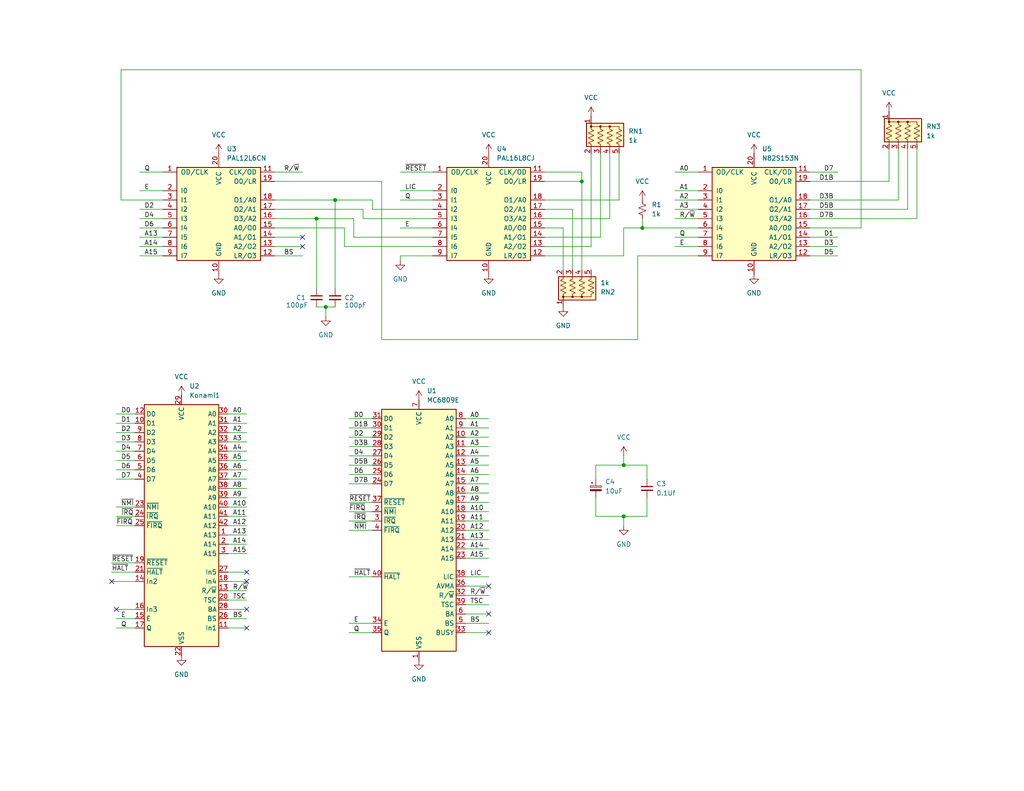
<source format=kicad_sch>
(kicad_sch (version 20250114) (generator "eeschema") (generator_version "9.0")
  (paper "USLetter")
  (title_block (title "Gyruss Bootleg Konami-1") (date "2026-01-05") (rev "1.1") (company "Marc Deslauriers"))
  (lib_symbols
    (symbol "CPU_NXP_6800:MC6809E"
      (property "Reference" "U" (at -7.62 34.544 0))
      (property "Value" "MC6809E" (at 10.16 34.544 0))
      (symbol "MC6809E_0_1"
        (rectangle (start -10.16 -33.02) (end 10.16 33.02) (stroke (width 0.254)) (fill (type background)))
      )
      (symbol "MC6809E_1_1"
        (pin bidirectional line (at -12.7 30.48 0) (length 2.54) (name "D0") (number "31"))
        (pin bidirectional line (at -12.7 27.94 0) (length 2.54) (name "D1") (number "30"))
        (pin bidirectional line (at -12.7 25.4 0) (length 2.54) (name "D2") (number "29"))
        (pin bidirectional line (at -12.7 22.86 0) (length 2.54) (name "D3") (number "28"))
        (pin bidirectional line (at -12.7 20.32 0) (length 2.54) (name "D4") (number "27"))
        (pin bidirectional line (at -12.7 17.78 0) (length 2.54) (name "D5") (number "26"))
        (pin bidirectional line (at -12.7 15.24 0) (length 2.54) (name "D6") (number "25"))
        (pin bidirectional line (at -12.7 12.7 0) (length 2.54) (name "D7") (number "24"))
        (pin input line (at -12.7 7.62 0) (length 2.54) (name "~{RESET}") (number "37"))
        (pin input line (at -12.7 5.08 0) (length 2.54) (name "~{NMI}") (number "2"))
        (pin input line (at -12.7 2.54 0) (length 2.54) (name "~{IRQ}") (number "3"))
        (pin input line (at -12.7 0 0) (length 2.54) (name "~{FIRQ}") (number "4"))
        (pin input line (at -12.7 -12.7 0) (length 2.54) (name "~{HALT}") (number "40"))
        (pin input line (at -12.7 -25.4 0) (length 2.54) (name "E") (number "34"))
        (pin input line (at -12.7 -27.94 0) (length 2.54) (name "Q") (number "35"))
        (pin power_in line (at 0 35.56 270) (length 2.54) (name "VCC") (number "7"))
        (pin power_in line (at 0 -35.56 90) (length 2.54) (name "VSS") (number "1"))
        (pin output line (at 12.7 30.48 180) (length 2.54) (name "A0") (number "8"))
        (pin output line (at 12.7 27.94 180) (length 2.54) (name "A1") (number "9"))
        (pin output line (at 12.7 25.4 180) (length 2.54) (name "A2") (number "10"))
        (pin output line (at 12.7 22.86 180) (length 2.54) (name "A3") (number "11"))
        (pin output line (at 12.7 20.32 180) (length 2.54) (name "A4") (number "12"))
        (pin output line (at 12.7 17.78 180) (length 2.54) (name "A5") (number "13"))
        (pin output line (at 12.7 15.24 180) (length 2.54) (name "A6") (number "14"))
        (pin output line (at 12.7 12.7 180) (length 2.54) (name "A7") (number "15"))
        (pin output line (at 12.7 10.16 180) (length 2.54) (name "A8") (number "16"))
        (pin output line (at 12.7 7.62 180) (length 2.54) (name "A9") (number "17"))
        (pin output line (at 12.7 5.08 180) (length 2.54) (name "A10") (number "18"))
        (pin output line (at 12.7 2.54 180) (length 2.54) (name "A11") (number "19"))
        (pin output line (at 12.7 0 180) (length 2.54) (name "A12") (number "20"))
        (pin output line (at 12.7 -2.54 180) (length 2.54) (name "A13") (number "21"))
        (pin output line (at 12.7 -5.08 180) (length 2.54) (name "A14") (number "22"))
        (pin output line (at 12.7 -7.62 180) (length 2.54) (name "A15") (number "23"))
        (pin output line (at 12.7 -12.7 180) (length 2.54) (name "LIC") (number "38"))
        (pin output line (at 12.7 -15.24 180) (length 2.54) (name "AVMA") (number "36"))
        (pin output line (at 12.7 -17.78 180) (length 2.54) (name "R/~{W}") (number "32"))
        (pin input line (at 12.7 -20.32 180) (length 2.54) (name "TSC") (number "39"))
        (pin output line (at 12.7 -22.86 180) (length 2.54) (name "BA") (number "6"))
        (pin output line (at 12.7 -25.4 180) (length 2.54) (name "BS") (number "5"))
        (pin output line (at 12.7 -27.94 180) (length 2.54) (name "BUSY") (number "33"))
      )
    )
    (symbol "Device:C_Polarized_Small" (pin_numbers (hide yes)) (pin_names (offset 0.254) (hide yes))
      (property "Reference" "C" (at 0.254 1.778 0))
      (property "Value" "C_Polarized_Small" (at 0.254 -2.032 0))
      (symbol "C_Polarized_Small_0_1"
        (rectangle (start -1.524 0.6858) (end 1.524 0.3048))
        (rectangle (start -1.524 -0.3048) (end 1.524 -0.6858) (fill (type outline)))
        (polyline (pts (xy -1.27 1.524) (xy -0.762 1.524)))
        (polyline (pts (xy -1.016 1.27) (xy -1.016 1.778)))
      )
      (symbol "C_Polarized_Small_1_1"
        (pin passive line (at 0 2.54 270) (length 1.8542) (name "~") (number "1"))
        (pin passive line (at 0 -2.54 90) (length 1.8542) (name "~") (number "2"))
      )
    )
    (symbol "Device:C_Small" (pin_numbers (hide yes)) (pin_names (offset 0.254) (hide yes))
      (property "Reference" "C" (at 0.254 1.778 0))
      (property "Value" "C_Small" (at 0.254 -2.032 0))
      (symbol "C_Small_0_1"
        (polyline (pts (xy -1.524 0.508) (xy 1.524 0.508)) (stroke (width 0.3048)))
        (polyline (pts (xy -1.524 -0.508) (xy 1.524 -0.508)) (stroke (width 0.3302)))
      )
      (symbol "C_Small_1_1"
        (pin passive line (at 0 2.54 270) (length 2.032) (name "~") (number "1"))
        (pin passive line (at 0 -2.54 90) (length 2.032) (name "~") (number "2"))
      )
    )
    (symbol "Device:R_Network04_US" (pin_names (offset 0) (hide yes))
      (property "Reference" "RN" (at -7.62 0 90))
      (property "Value" "R_Network04_US" (at 5.08 0 90))
      (symbol "R_Network04_US_0_1"
        (rectangle (start -6.35 -3.175) (end 3.81 3.175) (stroke (width 0.254)) (fill (type background)))
        (circle (center -5.08 2.286) (radius 0.254) (fill (type outline)))
        (polyline (pts (xy -5.08 2.286) (xy 2.54 2.286)))
        (polyline (pts (xy -5.08 2.286) (xy -5.08 1.524) (xy -4.318 1.1684) (xy -5.842 0.508) (xy -4.318 -0.1524) (xy -5.842 -0.8382) (xy -4.318 -1.524) (xy -5.842 -2.1844) (xy -5.08 -2.54) (xy -5.08 -3.81)))
        (circle (center -2.54 2.286) (radius 0.254) (fill (type outline)))
        (polyline (pts (xy -2.54 2.286) (xy -2.54 1.524) (xy -1.778 1.1684) (xy -3.302 0.508) (xy -1.778 -0.1524) (xy -3.302 -0.8382) (xy -1.778 -1.524) (xy -3.302 -2.1844) (xy -2.54 -2.54) (xy -2.54 -3.81)))
        (circle (center 0 2.286) (radius 0.254) (fill (type outline)))
        (polyline (pts (xy 0 2.286) (xy 0 1.524) (xy 0.762 1.1684) (xy -0.762 0.508) (xy 0.762 -0.1524) (xy -0.762 -0.8382) (xy 0.762 -1.524) (xy -0.762 -2.1844) (xy 0 -2.54) (xy 0 -3.81)))
        (polyline (pts (xy 2.54 2.286) (xy 2.54 1.524) (xy 3.302 1.1684) (xy 1.778 0.508) (xy 3.302 -0.1524) (xy 1.778 -0.8382) (xy 3.302 -1.524) (xy 1.778 -2.1844) (xy 2.54 -2.54) (xy 2.54 -3.81)))
      )
      (symbol "R_Network04_US_1_1"
        (pin passive line (at -5.08 5.08 270) (length 2.54) (name "common") (number "1"))
        (pin passive line (at -5.08 -5.08 90) (length 1.27) (name "R1") (number "2"))
        (pin passive line (at -2.54 -5.08 90) (length 1.27) (name "R2") (number "3"))
        (pin passive line (at 0 -5.08 90) (length 1.27) (name "R3") (number "4"))
        (pin passive line (at 2.54 -5.08 90) (length 1.27) (name "R4") (number "5"))
      )
    )
    (symbol "Device:R_Small_US" (pin_numbers (hide yes)) (pin_names (offset 0.254) (hide yes))
      (property "Reference" "R" (at 0.762 0.508 0))
      (property "Value" "R_Small_US" (at 0.762 -1.016 0))
      (symbol "R_Small_US_1_1"
        (polyline (pts (xy 0 1.524) (xy 1.016 1.143) (xy 0 0.762) (xy -1.016 0.381) (xy 0 0)))
        (polyline (pts (xy 0 0) (xy 1.016 -0.381) (xy 0 -0.762) (xy -1.016 -1.143) (xy 0 -1.524)))
        (pin passive line (at 0 2.54 270) (length 1.016) (name "~") (number "1"))
        (pin passive line (at 0 -2.54 90) (length 1.016) (name "~") (number "2"))
      )
    )
    (symbol "Logic_Programmable:PAL20" (pin_names (offset 1.016))
      (property "Reference" "U" (at -11.684 16.51 0))
      (property "Value" "PAL20" (at 10.16 16.51 0))
      (symbol "PAL20_0_1"
        (rectangle (start -11.43 -11.43) (end 11.43 13.97) (stroke (width 0.254)) (fill (type background)))
      )
      (symbol "PAL20_1_1"
        (pin passive line (at -15.24 12.7 0) (length 3.81) (name "OD/CLK") (number "1"))
        (pin passive line (at -15.24 7.62 0) (length 3.81) (name "I0") (number "2"))
        (pin passive line (at -15.24 5.08 0) (length 3.81) (name "I1") (number "3"))
        (pin passive line (at -15.24 2.54 0) (length 3.81) (name "I2") (number "4"))
        (pin passive line (at -15.24 0 0) (length 3.81) (name "I3") (number "5"))
        (pin passive line (at -15.24 -2.54 0) (length 3.81) (name "I4") (number "6"))
        (pin passive line (at -15.24 -5.08 0) (length 3.81) (name "I5") (number "7"))
        (pin passive line (at -15.24 -7.62 0) (length 3.81) (name "I6") (number "8"))
        (pin passive line (at -15.24 -10.16 0) (length 3.81) (name "I7") (number "9"))
        (pin passive line (at 0 17.78 270) (length 3.81) (name "VCC") (number "20"))
        (pin passive line (at 0 -15.24 90) (length 3.81) (name "GND") (number "10"))
        (pin passive line (at 15.24 12.7 180) (length 3.81) (name "CLK/OD") (number "11"))
        (pin passive line (at 15.24 10.16 180) (length 3.81) (name "O0/LR") (number "19"))
        (pin passive line (at 15.24 5.08 180) (length 3.81) (name "O1/A0") (number "18"))
        (pin passive line (at 15.24 2.54 180) (length 3.81) (name "O2/A1") (number "17"))
        (pin passive line (at 15.24 0 180) (length 3.81) (name "O3/A2") (number "16"))
        (pin passive line (at 15.24 -2.54 180) (length 3.81) (name "A0/O0") (number "15"))
        (pin passive line (at 15.24 -5.08 180) (length 3.81) (name "A1/O1") (number "14"))
        (pin passive line (at 15.24 -7.62 180) (length 3.81) (name "A2/O2") (number "13"))
        (pin passive line (at 15.24 -10.16 180) (length 3.81) (name "LR/O3") (number "12"))
      )
    )
    (symbol "konami1:Konami1"
      (property "Reference" "U" (at -7.62 34.544 0))
      (property "Value" "Konami1" (at 10.16 34.544 0))
      (symbol "Konami1_0_1"
        (rectangle (start -10.16 33.02) (end 10.16 -33.02) (stroke (width 0.254)) (fill (type background)))
      )
      (symbol "Konami1_1_0"
        (pin input line (at -12.7 -15.24 0) (length 2.54) (name "In2") (number "14"))
        (pin input line (at -12.7 -22.86 0) (length 2.54) (name "In3") (number "16"))
        (pin input line (at 12.7 -12.7 180) (length 2.54) (name "In5") (number "27"))
        (pin input line (at 12.7 -15.24 180) (length 2.54) (name "In4") (number "18"))
        (pin input line (at 12.7 -27.94 180) (length 2.54) (name "In1") (number "11"))
      )
      (symbol "Konami1_1_1"
        (pin bidirectional line (at -12.7 30.48 0) (length 2.54) (name "D0") (number "12"))
        (pin bidirectional line (at -12.7 27.94 0) (length 2.54) (name "D1") (number "10"))
        (pin bidirectional line (at -12.7 25.4 0) (length 2.54) (name "D2") (number "9"))
        (pin bidirectional line (at -12.7 22.86 0) (length 2.54) (name "D3") (number "8"))
        (pin bidirectional line (at -12.7 20.32 0) (length 2.54) (name "D4") (number "7"))
        (pin bidirectional line (at -12.7 17.78 0) (length 2.54) (name "D5") (number "6"))
        (pin bidirectional line (at -12.7 15.24 0) (length 2.54) (name "D6") (number "5"))
        (pin bidirectional line (at -12.7 12.7 0) (length 2.54) (name "D7") (number "4"))
        (pin input line (at -12.7 5.08 0) (length 2.54) (name "~{NMI}") (number "23"))
        (pin input line (at -12.7 2.54 0) (length 2.54) (name "~{IRQ}") (number "24"))
        (pin input line (at -12.7 0 0) (length 2.54) (name "~{FIRQ}") (number "25"))
        (pin input line (at -12.7 -10.16 0) (length 2.54) (name "~{RESET}") (number "19"))
        (pin input line (at -12.7 -12.7 0) (length 2.54) (name "~{HALT}") (number "21"))
        (pin input line (at -12.7 -25.4 0) (length 2.54) (name "E") (number "15"))
        (pin input line (at -12.7 -27.94 0) (length 2.54) (name "Q") (number "17"))
        (pin power_in line (at 0 35.56 270) (length 2.54) (name "VCC") (number "29"))
        (pin power_in line (at 0 -35.56 90) (length 2.54) (name "VSS") (number "22"))
        (pin output line (at 12.7 30.48 180) (length 2.54) (name "A0") (number "30"))
        (pin output line (at 12.7 27.94 180) (length 2.54) (name "A1") (number "31"))
        (pin output line (at 12.7 25.4 180) (length 2.54) (name "A2") (number "32"))
        (pin output line (at 12.7 22.86 180) (length 2.54) (name "A3") (number "33"))
        (pin output line (at 12.7 20.32 180) (length 2.54) (name "A4") (number "34"))
        (pin output line (at 12.7 17.78 180) (length 2.54) (name "A5") (number "35"))
        (pin output line (at 12.7 15.24 180) (length 2.54) (name "A6") (number "36"))
        (pin output line (at 12.7 12.7 180) (length 2.54) (name "A7") (number "37"))
        (pin output line (at 12.7 10.16 180) (length 2.54) (name "A8") (number "38"))
        (pin output line (at 12.7 7.62 180) (length 2.54) (name "A9") (number "39"))
        (pin output line (at 12.7 5.08 180) (length 2.54) (name "A10") (number "40"))
        (pin output line (at 12.7 2.54 180) (length 2.54) (name "A11") (number "41"))
        (pin output line (at 12.7 0 180) (length 2.54) (name "A12") (number "42"))
        (pin output line (at 12.7 -2.54 180) (length 2.54) (name "A13") (number "1"))
        (pin output line (at 12.7 -5.08 180) (length 2.54) (name "A14") (number "2"))
        (pin output line (at 12.7 -7.62 180) (length 2.54) (name "A15") (number "3"))
        (pin output line (at 12.7 -17.78 180) (length 2.54) (name "R/~{W}") (number "13"))
        (pin input line (at 12.7 -20.32 180) (length 2.54) (name "TSC") (number "20"))
        (pin output line (at 12.7 -22.86 180) (length 2.54) (name "BA") (number "28"))
        (pin output line (at 12.7 -25.4 180) (length 2.54) (name "BS") (number "26"))
      )
    )
    (symbol "power:GND" (power) (pin_numbers (hide yes)) (pin_names (offset 0) (hide yes))
      (property "Value" "GND" (at 0 -3.81 0))
      (symbol "GND_0_1"
        (polyline (pts (xy 0 0) (xy 0 -1.27) (xy 1.27 -1.27) (xy 0 -2.54) (xy -1.27 -1.27) (xy 0 -1.27)))
      )
      (symbol "GND_1_1"
        (pin power_in line (at 0 0 270) (length 0) (name "~") (number "1"))
      )
    )
    (symbol "power:VCC" (power) (pin_numbers (hide yes)) (pin_names (offset 0) (hide yes))
      (property "Value" "VCC" (at 0 3.556 0))
      (symbol "VCC_0_1"
        (polyline (pts (xy -0.762 1.27) (xy 0 2.54)))
        (polyline (pts (xy 0 2.54) (xy 0.762 1.27)))
        (polyline (pts (xy 0 0) (xy 0 2.54)))
      )
      (symbol "VCC_1_1"
        (pin power_in line (at 0 0 90) (length 0) (name "~") (number "1"))
      )
    )
  )
  (junction (at 158.75 49.53))
  (junction (at 170.18 127))
  (junction (at 170.18 140.97))
  (junction (at 86.36 59.69))
  (junction (at 175.26 62.23))
  (junction (at 91.44 54.61))
  (junction (at 88.9 83.82))
  (no_connect (at 67.31 156.21))
  (no_connect (at 31.75 166.37))
  (no_connect (at 82.55 64.77))
  (no_connect (at 67.31 171.45))
  (no_connect (at 67.31 166.37))
  (no_connect (at 133.35 160.02))
  (no_connect (at 67.31 158.75))
  (no_connect (at 133.35 172.72))
  (no_connect (at 82.55 67.31))
  (no_connect (at 133.35 167.64))
  (no_connect (at 30.48 158.75))
  (wire (pts (xy 93.98 67.31) (xy 93.98 62.23)))
  (wire (pts (xy 104.14 49.53) (xy 104.14 92.71)))
  (wire (pts (xy 101.6 54.61) (xy 101.6 57.15)))
  (wire (pts (xy 175.26 62.23) (xy 190.5 62.23)))
  (wire (pts (xy 62.23 143.51) (xy 67.31 143.51)))
  (wire (pts (xy 127 167.64) (xy 133.35 167.64)))
  (wire (pts (xy 176.53 140.97) (xy 176.53 135.89)))
  (wire (pts (xy 62.23 156.21) (xy 67.31 156.21)))
  (wire (pts (xy 170.18 69.85) (xy 170.18 62.23)))
  (wire (pts (xy 74.93 62.23) (xy 93.98 62.23)))
  (wire (pts (xy 127 157.48) (xy 133.35 157.48)))
  (wire (pts (xy 33.02 19.05) (xy 234.95 19.05)))
  (wire (pts (xy 127 134.62) (xy 133.35 134.62)))
  (wire (pts (xy 62.23 166.37) (xy 67.31 166.37)))
  (wire (pts (xy 95.25 121.92) (xy 101.6 121.92)))
  (wire (pts (xy 127 144.78) (xy 133.35 144.78)))
  (wire (pts (xy 62.23 118.11) (xy 67.31 118.11)))
  (wire (pts (xy 31.75 113.03) (xy 36.83 113.03)))
  (wire (pts (xy 96.52 64.77) (xy 118.11 64.77)))
  (wire (pts (xy 109.22 69.85) (xy 118.11 69.85)))
  (wire (pts (xy 31.75 115.57) (xy 36.83 115.57)))
  (wire (pts (xy 127 147.32) (xy 133.35 147.32)))
  (wire (pts (xy 220.98 64.77) (xy 228.6 64.77)))
  (wire (pts (xy 109.22 54.61) (xy 118.11 54.61)))
  (wire (pts (xy 38.1 64.77) (xy 44.45 64.77)))
  (wire (pts (xy 38.1 62.23) (xy 44.45 62.23)))
  (wire (pts (xy 62.23 125.73) (xy 67.31 125.73)))
  (wire (pts (xy 148.59 57.15) (xy 156.21 57.15)))
  (wire (pts (xy 62.23 146.05) (xy 67.31 146.05)))
  (wire (pts (xy 127 165.1) (xy 133.35 165.1)))
  (wire (pts (xy 31.75 166.37) (xy 36.83 166.37)))
  (wire (pts (xy 62.23 168.91) (xy 67.31 168.91)))
  (wire (pts (xy 95.25 172.72) (xy 101.6 172.72)))
  (wire (pts (xy 74.93 57.15) (xy 99.06 57.15)))
  (wire (pts (xy 220.98 67.31) (xy 228.6 67.31)))
  (wire (pts (xy 220.98 69.85) (xy 228.6 69.85)))
  (wire (pts (xy 31.75 143.51) (xy 36.83 143.51)))
  (wire (pts (xy 88.9 83.82) (xy 91.44 83.82)))
  (wire (pts (xy 148.59 46.99) (xy 158.75 46.99)))
  (wire (pts (xy 156.21 57.15) (xy 156.21 73.66)))
  (wire (pts (xy 163.83 64.77) (xy 163.83 41.91)))
  (wire (pts (xy 31.75 171.45) (xy 36.83 171.45)))
  (wire (pts (xy 127 124.46) (xy 133.35 124.46)))
  (wire (pts (xy 86.36 59.69) (xy 96.52 59.69)))
  (wire (pts (xy 88.9 83.82) (xy 86.36 83.82)))
  (wire (pts (xy 95.25 119.38) (xy 101.6 119.38)))
  (wire (pts (xy 88.9 86.36) (xy 88.9 83.82)))
  (wire (pts (xy 62.23 163.83) (xy 67.31 163.83)))
  (wire (pts (xy 158.75 49.53) (xy 158.75 73.66)))
  (wire (pts (xy 99.06 59.69) (xy 99.06 57.15)))
  (wire (pts (xy 158.75 49.53) (xy 158.75 46.99)))
  (wire (pts (xy 184.15 64.77) (xy 190.5 64.77)))
  (wire (pts (xy 220.98 62.23) (xy 234.95 62.23)))
  (wire (pts (xy 175.26 59.69) (xy 175.26 62.23)))
  (wire (pts (xy 127 172.72) (xy 133.35 172.72)))
  (wire (pts (xy 33.02 54.61) (xy 33.02 19.05)))
  (wire (pts (xy 95.25 144.78) (xy 101.6 144.78)))
  (wire (pts (xy 99.06 59.69) (xy 118.11 59.69)))
  (wire (pts (xy 234.95 19.05) (xy 234.95 62.23)))
  (wire (pts (xy 62.23 158.75) (xy 67.31 158.75)))
  (wire (pts (xy 91.44 54.61) (xy 101.6 54.61)))
  (wire (pts (xy 250.19 59.69) (xy 250.19 40.64)))
  (wire (pts (xy 74.93 67.31) (xy 82.55 67.31)))
  (wire (pts (xy 38.1 59.69) (xy 44.45 59.69)))
  (wire (pts (xy 31.75 140.97) (xy 36.83 140.97)))
  (wire (pts (xy 184.15 52.07) (xy 190.5 52.07)))
  (wire (pts (xy 62.23 151.13) (xy 67.31 151.13)))
  (wire (pts (xy 148.59 59.69) (xy 166.37 59.69)))
  (wire (pts (xy 109.22 69.85) (xy 109.22 71.12)))
  (wire (pts (xy 153.67 62.23) (xy 153.67 73.66)))
  (wire (pts (xy 162.56 127) (xy 162.56 130.81)))
  (wire (pts (xy 127 152.4) (xy 133.35 152.4)))
  (wire (pts (xy 38.1 69.85) (xy 44.45 69.85)))
  (wire (pts (xy 127 132.08) (xy 133.35 132.08)))
  (wire (pts (xy 31.75 120.65) (xy 36.83 120.65)))
  (wire (pts (xy 127 127) (xy 133.35 127)))
  (wire (pts (xy 38.1 57.15) (xy 44.45 57.15)))
  (wire (pts (xy 184.15 46.99) (xy 190.5 46.99)))
  (wire (pts (xy 109.22 52.07) (xy 118.11 52.07)))
  (wire (pts (xy 95.25 132.08) (xy 101.6 132.08)))
  (wire (pts (xy 220.98 59.69) (xy 250.19 59.69)))
  (wire (pts (xy 38.1 46.99) (xy 44.45 46.99)))
  (wire (pts (xy 31.75 118.11) (xy 36.83 118.11)))
  (wire (pts (xy 95.25 157.48) (xy 101.6 157.48)))
  (wire (pts (xy 95.25 124.46) (xy 101.6 124.46)))
  (wire (pts (xy 127 129.54) (xy 133.35 129.54)))
  (wire (pts (xy 161.29 41.91) (xy 161.29 67.31)))
  (wire (pts (xy 86.36 59.69) (xy 86.36 78.74)))
  (wire (pts (xy 31.75 128.27) (xy 36.83 128.27)))
  (wire (pts (xy 148.59 64.77) (xy 163.83 64.77)))
  (wire (pts (xy 62.23 171.45) (xy 67.31 171.45)))
  (wire (pts (xy 95.25 170.18) (xy 101.6 170.18)))
  (wire (pts (xy 30.48 158.75) (xy 36.83 158.75)))
  (wire (pts (xy 74.93 49.53) (xy 104.14 49.53)))
  (wire (pts (xy 173.99 92.71) (xy 173.99 69.85)))
  (wire (pts (xy 62.23 148.59) (xy 67.31 148.59)))
  (wire (pts (xy 242.57 49.53) (xy 242.57 40.64)))
  (wire (pts (xy 127 114.3) (xy 133.35 114.3)))
  (wire (pts (xy 95.25 116.84) (xy 101.6 116.84)))
  (wire (pts (xy 62.23 123.19) (xy 67.31 123.19)))
  (wire (pts (xy 245.11 54.61) (xy 245.11 40.64)))
  (wire (pts (xy 127 139.7) (xy 133.35 139.7)))
  (wire (pts (xy 30.48 156.21) (xy 36.83 156.21)))
  (wire (pts (xy 91.44 54.61) (xy 91.44 78.74)))
  (wire (pts (xy 168.91 54.61) (xy 168.91 41.91)))
  (wire (pts (xy 95.25 127) (xy 101.6 127)))
  (wire (pts (xy 38.1 67.31) (xy 44.45 67.31)))
  (wire (pts (xy 62.23 115.57) (xy 67.31 115.57)))
  (wire (pts (xy 95.25 129.54) (xy 101.6 129.54)))
  (wire (pts (xy 62.23 113.03) (xy 67.31 113.03)))
  (wire (pts (xy 62.23 128.27) (xy 67.31 128.27)))
  (wire (pts (xy 62.23 130.81) (xy 67.31 130.81)))
  (wire (pts (xy 95.25 137.16) (xy 101.6 137.16)))
  (wire (pts (xy 74.93 54.61) (xy 91.44 54.61)))
  (wire (pts (xy 74.93 46.99) (xy 82.55 46.99)))
  (wire (pts (xy 31.75 138.43) (xy 36.83 138.43)))
  (wire (pts (xy 127 160.02) (xy 133.35 160.02)))
  (wire (pts (xy 127 121.92) (xy 133.35 121.92)))
  (wire (pts (xy 170.18 140.97) (xy 176.53 140.97)))
  (wire (pts (xy 93.98 67.31) (xy 118.11 67.31)))
  (wire (pts (xy 62.23 161.29) (xy 67.31 161.29)))
  (wire (pts (xy 62.23 138.43) (xy 67.31 138.43)))
  (wire (pts (xy 33.02 54.61) (xy 44.45 54.61)))
  (wire (pts (xy 148.59 67.31) (xy 161.29 67.31)))
  (wire (pts (xy 127 137.16) (xy 133.35 137.16)))
  (wire (pts (xy 220.98 57.15) (xy 247.65 57.15)))
  (wire (pts (xy 95.25 139.7) (xy 101.6 139.7)))
  (wire (pts (xy 148.59 62.23) (xy 153.67 62.23)))
  (wire (pts (xy 220.98 46.99) (xy 228.6 46.99)))
  (wire (pts (xy 184.15 57.15) (xy 190.5 57.15)))
  (wire (pts (xy 162.56 140.97) (xy 170.18 140.97)))
  (wire (pts (xy 104.14 92.71) (xy 173.99 92.71)))
  (wire (pts (xy 62.23 140.97) (xy 67.31 140.97)))
  (wire (pts (xy 127 119.38) (xy 133.35 119.38)))
  (wire (pts (xy 31.75 125.73) (xy 36.83 125.73)))
  (wire (pts (xy 31.75 123.19) (xy 36.83 123.19)))
  (wire (pts (xy 74.93 64.77) (xy 82.55 64.77)))
  (wire (pts (xy 62.23 135.89) (xy 67.31 135.89)))
  (wire (pts (xy 31.75 168.91) (xy 36.83 168.91)))
  (wire (pts (xy 148.59 54.61) (xy 168.91 54.61)))
  (wire (pts (xy 31.75 130.81) (xy 36.83 130.81)))
  (wire (pts (xy 30.48 153.67) (xy 36.83 153.67)))
  (wire (pts (xy 62.23 133.35) (xy 67.31 133.35)))
  (wire (pts (xy 184.15 54.61) (xy 190.5 54.61)))
  (wire (pts (xy 173.99 69.85) (xy 190.5 69.85)))
  (wire (pts (xy 176.53 127) (xy 176.53 130.81)))
  (wire (pts (xy 148.59 69.85) (xy 170.18 69.85)))
  (wire (pts (xy 38.1 52.07) (xy 44.45 52.07)))
  (wire (pts (xy 220.98 54.61) (xy 245.11 54.61)))
  (wire (pts (xy 74.93 69.85) (xy 82.55 69.85)))
  (wire (pts (xy 95.25 142.24) (xy 101.6 142.24)))
  (wire (pts (xy 62.23 120.65) (xy 67.31 120.65)))
  (wire (pts (xy 127 142.24) (xy 133.35 142.24)))
  (wire (pts (xy 170.18 140.97) (xy 170.18 143.51)))
  (wire (pts (xy 162.56 127) (xy 170.18 127)))
  (wire (pts (xy 170.18 124.46) (xy 170.18 127)))
  (wire (pts (xy 184.15 67.31) (xy 190.5 67.31)))
  (wire (pts (xy 220.98 49.53) (xy 242.57 49.53)))
  (wire (pts (xy 96.52 59.69) (xy 96.52 64.77)))
  (wire (pts (xy 109.22 62.23) (xy 118.11 62.23)))
  (wire (pts (xy 162.56 135.89) (xy 162.56 140.97)))
  (wire (pts (xy 184.15 59.69) (xy 190.5 59.69)))
  (wire (pts (xy 170.18 127) (xy 176.53 127)))
  (wire (pts (xy 74.93 59.69) (xy 86.36 59.69)))
  (wire (pts (xy 127 170.18) (xy 133.35 170.18)))
  (wire (pts (xy 166.37 59.69) (xy 166.37 41.91)))
  (wire (pts (xy 118.11 46.99) (xy 109.22 46.99)))
  (wire (pts (xy 148.59 49.53) (xy 158.75 49.53)))
  (wire (pts (xy 170.18 62.23) (xy 175.26 62.23)))
  (wire (pts (xy 95.25 114.3) (xy 101.6 114.3)))
  (wire (pts (xy 127 116.84) (xy 133.35 116.84)))
  (wire (pts (xy 127 149.86) (xy 133.35 149.86)))
  (wire (pts (xy 247.65 57.15) (xy 247.65 40.64)))
  (wire (pts (xy 101.6 57.15) (xy 118.11 57.15)))
  (wire (pts (xy 127 162.56) (xy 133.35 162.56)))
  (label "A11" (at 63.5 140.97 0))
  (label "E" (at 185.42 67.31 0))
  (label "D2" (at 33.02 118.11 0))
  (label "A3" (at 128.27 121.92 0))
  (label "~{RESET}" (at 110.49 46.99 0))
  (label "D4" (at 96.52 124.46 0))
  (label "A15" (at 128.27 152.4 0))
  (label "TSC" (at 128.27 165.1 0))
  (label "A10" (at 128.27 139.7 0))
  (label "A0" (at 128.27 114.3 0))
  (label "A9" (at 128.27 137.16 0))
  (label "A2" (at 185.42 54.61 0))
  (label "D1" (at 224.79 64.77 0))
  (label "R{slash}~{W}" (at 128.27 162.56 0))
  (label "A0" (at 185.42 46.99 0))
  (label "A4" (at 128.27 124.46 0))
  (label "D7B" (at 96.52 132.08 0))
  (label "A12" (at 128.27 144.78 0))
  (label "~{HALT}" (at 96.52 157.48 0))
  (label "A1" (at 128.27 116.84 0))
  (label "LIC" (at 128.27 157.48 0))
  (label "E" (at 96.52 170.18 0))
  (label "~{IRQ}" (at 96.52 142.24 0))
  (label "A15" (at 39.37 69.85 0))
  (label "D0" (at 96.52 114.3 0))
  (label "A14" (at 128.27 149.86 0))
  (label "TSC" (at 63.5 163.83 0))
  (label "D5B" (at 223.52 57.15 0))
  (label "D3B" (at 96.52 121.92 0))
  (label "D7" (at 33.02 130.81 0))
  (label "A2" (at 128.27 119.38 0))
  (label "E" (at 110.49 62.23 0))
  (label "A6" (at 63.5 128.27 0))
  (label "A14" (at 39.37 67.31 0))
  (label "~{NMI}" (at 96.52 144.78 0))
  (label "A1" (at 185.42 52.07 0))
  (label "A7" (at 63.5 130.81 0))
  (label "D0" (at 33.02 113.03 0))
  (label "D5B" (at 96.52 127 0))
  (label "D6" (at 96.52 129.54 0))
  (label "D6" (at 33.02 128.27 0))
  (label "A4" (at 63.5 123.19 0))
  (label "A13" (at 128.27 147.32 0))
  (label "D2" (at 39.37 57.15 0))
  (label "LIC" (at 110.49 52.07 0))
  (label "A0" (at 63.5 113.03 0))
  (label "A13" (at 39.37 64.77 0))
  (label "D3" (at 33.02 120.65 0))
  (label "~{FIRQ}" (at 31.75 143.51 0))
  (label "BS" (at 77.47 69.85 0))
  (label "D3B" (at 223.52 54.61 0))
  (label "D4" (at 33.02 123.19 0))
  (label "D5" (at 33.02 125.73 0))
  (label "A7" (at 128.27 132.08 0))
  (label "~{NMI}" (at 33.02 138.43 0))
  (label "R{slash}~{W}" (at 185.42 59.69 0))
  (label "E" (at 33.02 168.91 0))
  (label "A2" (at 63.5 118.11 0))
  (label "Q" (at 96.52 172.72 0))
  (label "E" (at 39.37 52.07 0))
  (label "D1" (at 33.02 115.57 0))
  (label "D4" (at 39.37 59.69 0))
  (label "A3" (at 63.5 120.65 0))
  (label "R{slash}~{W}" (at 77.47 46.99 0))
  (label "A6" (at 128.27 129.54 0))
  (label "A5" (at 128.27 127 0))
  (label "BS" (at 63.5 168.91 0))
  (label "Q" (at 39.37 46.99 0))
  (label "A10" (at 63.5 138.43 0))
  (label "A3" (at 185.42 57.15 0))
  (label "A5" (at 63.5 125.73 0))
  (label "A14" (at 63.5 148.59 0))
  (label "BS" (at 128.27 170.18 0))
  (label "Q" (at 110.49 54.61 0))
  (label "Q" (at 33.02 171.45 0))
  (label "D6" (at 39.37 62.23 0))
  (label "~{RESET}" (at 95.25 137.16 0))
  (label "~{HALT}" (at 30.48 156.21 0))
  (label "A12" (at 63.5 143.51 0))
  (label "A15" (at 63.5 151.13 0))
  (label "R{slash}~{W}" (at 63.5 161.29 0))
  (label "A1" (at 63.5 115.57 0))
  (label "Q" (at 185.42 64.77 0))
  (label "A9" (at 63.5 135.89 0))
  (label "D7" (at 224.79 46.99 0))
  (label "D3" (at 224.79 67.31 0))
  (label "~{IRQ}" (at 33.02 140.97 0))
  (label "A11" (at 128.27 142.24 0))
  (label "~{FIRQ}" (at 95.25 139.7 0))
  (label "~{RESET}" (at 30.48 153.67 0))
  (label "A13" (at 63.5 146.05 0))
  (label "A8" (at 63.5 133.35 0))
  (label "A8" (at 128.27 134.62 0))
  (label "D7B" (at 223.52 59.69 0))
  (label "D5" (at 224.79 69.85 0))
  (label "D1B" (at 96.52 116.84 0))
  (label "D1B" (at 223.52 49.53 0))
  (label "D2" (at 96.52 119.38 0))
  (symbol (lib_id "power:GND") (at 133.35 74.93 0) (unit 1)
    (property "Reference" "#PWR06" (effects (hide yes)))
    (property "Value" "GND" (at 133.35 80.01 0))
    (property "Description" "Power symbol creates a global label with name \"GND\" , ground" (effects (hide yes)))
  )
  (symbol (lib_id "power:VCC") (at 242.57 30.48 0) (unit 1)
    (property "Reference" "#PWR018" (effects (hide yes)))
    (property "Value" "VCC" (at 242.57 25.4 0))
    (property "Description" "Power symbol creates a global label with name \"VCC\"" (effects (hide yes)))
  )
  (symbol (lib_id "power:GND") (at 59.69 74.93 0) (unit 1)
    (property "Reference" "#PWR05" (effects (hide yes)))
    (property "Value" "GND" (at 59.69 80.01 0))
    (property "Description" "Power symbol creates a global label with name \"GND\" , ground" (effects (hide yes)))
  )
  (symbol (lib_id "Device:C_Small") (at 86.36 81.28 0) (unit 1)
    (property "Reference" "C1" (at 80.772 81.28 0) (effects (justify left)))
    (property "Value" "100pF" (at 77.978 83.312 0) (effects (justify left)))
    (property "Description" "Unpolarized capacitor, small symbol" (effects (hide yes)))
  )
  (symbol (lib_id "power:GND") (at 170.18 143.51 0) (unit 1)
    (property "Reference" "#PWR017" (effects (hide yes)))
    (property "Value" "GND" (at 170.18 148.59 0))
    (property "Description" "Power symbol creates a global label with name \"GND\" , ground" (effects (hide yes)))
  )
  (symbol (lib_id "power:VCC") (at 170.18 124.46 0) (unit 1)
    (property "Reference" "#PWR016" (effects (hide yes)))
    (property "Value" "VCC" (at 170.18 119.38 0))
    (property "Description" "Power symbol creates a global label with name \"VCC\"" (effects (hide yes)))
  )
  (symbol (lib_id "Logic_Programmable:PAL20") (at 205.74 59.69 0) (unit 1)
    (property "Reference" "U5" (at 207.8833 40.64 0) (effects (justify left)))
    (property "Value" "N82S153N" (at 207.8833 43.18 0) (effects (justify left)))
    (property "Description" "generic 20-pin Programmable Array Logic (PAL) device" (effects (hide yes)))
  )
  (symbol (lib_id "power:VCC") (at 161.29 31.75 0) (unit 1)
    (property "Reference" "#PWR013" (effects (hide yes)))
    (property "Value" "VCC" (at 161.29 26.67 0))
    (property "Description" "Power symbol creates a global label with name \"VCC\"" (effects (hide yes)))
  )
  (symbol (lib_id "Device:R_Network04_US") (at 158.75 78.74 0) (mirror x) (unit 1)
    (property "Reference" "RN2" (at 163.83 79.7561 0) (effects (justify left)))
    (property "Value" "1k" (at 163.83 77.2161 0) (effects (justify left)))
    (property "Footprint" "Resistor_THT:R_Array_SIP5" (effects (hide yes)))
    (property "Datasheet" "http://www.vishay.com/docs/31509/csc.pdf" (effects (hide yes)))
    (property "Description" "4 resistor network, star topology, bussed resistors, small US symbol" (effects (hide yes)))
  )
  (symbol (lib_id "Device:C_Small") (at 176.53 133.35 0) (unit 1)
    (property "Reference" "C3" (at 179.07 132.0862 0) (effects (justify left)))
    (property "Value" "0.1Uf" (at 179.07 134.6262 0) (effects (justify left)))
    (property "Description" "Unpolarized capacitor, small symbol" (effects (hide yes)))
  )
  (symbol (lib_id "power:GND") (at 49.53 179.07 0) (unit 1)
    (property "Reference" "#PWR04" (effects (hide yes)))
    (property "Value" "GND" (at 49.53 184.15 0))
    (property "Description" "Power symbol creates a global label with name \"GND\" , ground" (effects (hide yes)))
  )
  (symbol (lib_id "power:GND") (at 109.22 71.12 0) (unit 1)
    (property "Reference" "#PWR011" (effects (hide yes)))
    (property "Value" "GND" (at 109.22 76.2 0))
    (property "Description" "Power symbol creates a global label with name \"GND\" , ground" (effects (hide yes)))
  )
  (symbol (lib_id "power:VCC") (at 114.3 109.22 0) (unit 1)
    (property "Reference" "#PWR02" (effects (hide yes)))
    (property "Value" "VCC" (at 114.3 104.14 0))
    (property "Description" "Power symbol creates a global label with name \"VCC\"" (effects (hide yes)))
  )
  (symbol (lib_id "power:GND") (at 153.67 83.82 0) (unit 1)
    (property "Reference" "#PWR014" (effects (hide yes)))
    (property "Value" "GND" (at 153.67 88.9 0))
    (property "Description" "Power symbol creates a global label with name \"GND\" , ground" (effects (hide yes)))
  )
  (symbol (lib_id "power:GND") (at 205.74 74.93 0) (unit 1)
    (property "Reference" "#PWR07" (effects (hide yes)))
    (property "Value" "GND" (at 205.74 80.01 0))
    (property "Description" "Power symbol creates a global label with name \"GND\" , ground" (effects (hide yes)))
  )
  (symbol (lib_id "Device:R_Small_US") (at 175.26 57.15 0) (unit 1)
    (property "Reference" "R1" (at 177.8 55.8799 0) (effects (justify left)))
    (property "Value" "1k" (at 177.8 58.4199 0) (effects (justify left)))
    (property "Description" "Resistor, small US symbol" (effects (hide yes)))
  )
  (symbol (lib_id "power:GND") (at 114.3 180.34 0) (unit 1)
    (property "Reference" "#PWR03" (effects (hide yes)))
    (property "Value" "GND" (at 114.3 185.42 0))
    (property "Description" "Power symbol creates a global label with name \"GND\" , ground" (effects (hide yes)))
  )
  (symbol (lib_id "power:GND") (at 88.9 86.36 0) (unit 1)
    (property "Reference" "#PWR012" (effects (hide yes)))
    (property "Value" "GND" (at 88.9 91.44 0))
    (property "Description" "Power symbol creates a global label with name \"GND\" , ground" (effects (hide yes)))
  )
  (symbol (lib_id "Device:R_Network04_US") (at 166.37 36.83 0) (unit 1)
    (property "Reference" "RN1" (at 171.45 35.8139 0) (effects (justify left)))
    (property "Value" "1k" (at 171.45 38.3539 0) (effects (justify left)))
    (property "Footprint" "Resistor_THT:R_Array_SIP5" (effects (hide yes)))
    (property "Datasheet" "http://www.vishay.com/docs/31509/csc.pdf" (effects (hide yes)))
    (property "Description" "4 resistor network, star topology, bussed resistors, small US symbol" (effects (hide yes)))
  )
  (symbol (lib_id "CPU_NXP_6800:MC6809E") (at 114.3 144.78 0) (unit 1)
    (property "Reference" "U1" (at 116.4433 106.68 0) (effects (justify left)))
    (property "Value" "MC6809E" (at 116.4433 109.22 0) (effects (justify left)))
    (property "Footprint" "Package_DIP:DIP-40_W15.24mm" (effects (hide yes)))
    (property "Datasheet" "http://www.bitsavers.org/components/motorola/_dataSheets/6809E.pdf" (effects (hide yes)))
    (property "Description" "8-Bit Microprocessing unit 1.0MHz, DIP-40" (effects (hide yes)))
  )
  (symbol (lib_id "Logic_Programmable:PAL20") (at 59.69 59.69 0) (unit 1)
    (property "Reference" "U3" (at 61.8333 40.64 0) (effects (justify left)))
    (property "Value" "PAL12L6CN" (at 61.8333 43.18 0) (effects (justify left)))
    (property "Description" "generic 20-pin Programmable Array Logic (PAL) device" (effects (hide yes)))
  )
  (symbol (lib_id "Logic_Programmable:PAL20") (at 133.35 59.69 0) (unit 1)
    (property "Reference" "U4" (at 135.4933 40.64 0) (effects (justify left)))
    (property "Value" "PAL16L8CJ" (at 135.4933 43.18 0) (effects (justify left)))
    (property "Description" "generic 20-pin Programmable Array Logic (PAL) device" (effects (hide yes)))
  )
  (symbol (lib_id "konami1:Konami1") (at 49.53 143.51 0) (unit 1)
    (property "Reference" "U2" (at 51.6733 105.41 0) (effects (justify left)))
    (property "Value" "Konami1" (at 51.6733 107.95 0) (effects (justify left)))
    (property "Footprint" "Package_DIP:DIP-42_W15.24mm" (effects (hide yes)))
    (property "Description" "Encrypted 8-Bit Microprocessing unit 1.0MHz, DIP-42" (effects (hide yes)))
  )
  (symbol (lib_id "Device:C_Polarized_Small") (at 162.56 133.35 0) (unit 1)
    (property "Reference" "C4" (at 165.1 131.5338 0) (effects (justify left)))
    (property "Value" "10uF" (at 165.1 134.0738 0) (effects (justify left)))
    (property "Description" "Polarized capacitor, small symbol" (effects (hide yes)))
  )
  (symbol (lib_id "power:VCC") (at 133.35 41.91 0) (unit 1)
    (property "Reference" "#PWR010" (effects (hide yes)))
    (property "Value" "VCC" (at 133.35 36.83 0))
    (property "Description" "Power symbol creates a global label with name \"VCC\"" (effects (hide yes)))
  )
  (symbol (lib_id "Device:R_Network04_US") (at 247.65 35.56 0) (unit 1)
    (property "Reference" "RN3" (at 252.73 34.5439 0) (effects (justify left)))
    (property "Value" "1k" (at 252.73 37.0839 0) (effects (justify left)))
    (property "Footprint" "Resistor_THT:R_Array_SIP5" (effects (hide yes)))
    (property "Datasheet" "http://www.vishay.com/docs/31509/csc.pdf" (effects (hide yes)))
    (property "Description" "4 resistor network, star topology, bussed resistors, small US symbol" (effects (hide yes)))
  )
  (symbol (lib_id "Device:C_Small") (at 91.44 81.28 0) (unit 1)
    (property "Reference" "C2" (at 93.98 81.2862 0) (effects (justify left)))
    (property "Value" "100pF" (at 93.98 83.312 0) (effects (justify left)))
    (property "Description" "Unpolarized capacitor, small symbol" (effects (hide yes)))
  )
  (symbol (lib_id "power:VCC") (at 49.53 107.95 0) (unit 1)
    (property "Reference" "#PWR01" (effects (hide yes)))
    (property "Value" "VCC" (at 49.53 102.87 0))
    (property "Description" "Power symbol creates a global label with name \"VCC\"" (effects (hide yes)))
  )
  (symbol (lib_id "power:VCC") (at 175.26 54.61 0) (unit 1)
    (property "Reference" "#PWR015" (effects (hide yes)))
    (property "Value" "VCC" (at 175.26 49.53 0))
    (property "Description" "Power symbol creates a global label with name \"VCC\"" (effects (hide yes)))
  )
  (symbol (lib_id "power:VCC") (at 59.69 41.91 0) (unit 1)
    (property "Reference" "#PWR09" (effects (hide yes)))
    (property "Value" "VCC" (at 59.69 36.83 0))
    (property "Description" "Power symbol creates a global label with name \"VCC\"" (effects (hide yes)))
  )
  (symbol (lib_id "power:VCC") (at 205.74 41.91 0) (unit 1)
    (property "Reference" "#PWR08" (effects (hide yes)))
    (property "Value" "VCC" (at 205.74 36.83 0))
    (property "Description" "Power symbol creates a global label with name \"VCC\"" (effects (hide yes)))
  )
)
</source>
